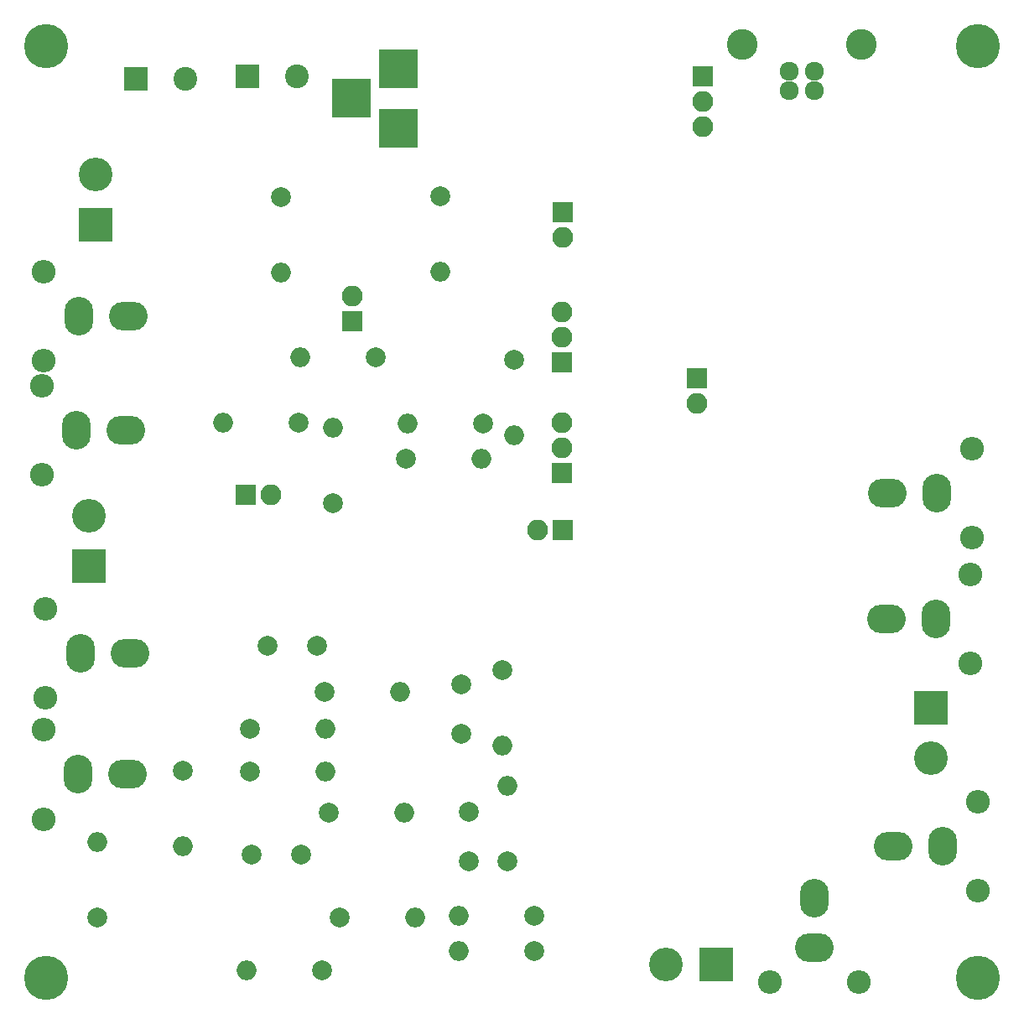
<source format=gbr>
G04 #@! TF.FileFunction,Soldermask,Bot*
%FSLAX46Y46*%
G04 Gerber Fmt 4.6, Leading zero omitted, Abs format (unit mm)*
G04 Created by KiCad (PCBNEW 4.0.7) date 01/15/21 00:56:33*
%MOMM*%
%LPD*%
G01*
G04 APERTURE LIST*
%ADD10C,0.100000*%
%ADD11O,2.400000X2.400000*%
%ADD12O,2.900000X3.900000*%
%ADD13O,3.900000X2.900000*%
%ADD14C,2.000000*%
%ADD15C,1.920000*%
%ADD16C,3.100000*%
%ADD17R,3.400000X3.400000*%
%ADD18C,3.400000*%
%ADD19O,2.000000X2.000000*%
%ADD20R,2.100000X2.100000*%
%ADD21O,2.100000X2.100000*%
%ADD22C,4.464000*%
%ADD23R,2.400000X2.400000*%
%ADD24C,2.400000*%
%ADD25R,3.900000X3.900000*%
G04 APERTURE END LIST*
D10*
D11*
X32500000Y-76250000D03*
X32500000Y-67250000D03*
D12*
X36000000Y-71750000D03*
D13*
X41000000Y-71750000D03*
D14*
X53700000Y-114600000D03*
X58700000Y-114600000D03*
X75600000Y-115300000D03*
X75600000Y-110300000D03*
D15*
X110540000Y-37500000D03*
X108000000Y-37500000D03*
X108000000Y-35500000D03*
X110540000Y-35500000D03*
D16*
X115270000Y-32800000D03*
X103270000Y-32800000D03*
D17*
X100600000Y-125700000D03*
D18*
X95520000Y-125700000D03*
D14*
X53500000Y-106200000D03*
D19*
X61120000Y-106200000D03*
D14*
X79500000Y-115300000D03*
D19*
X79500000Y-107680000D03*
D14*
X61500000Y-110400000D03*
D19*
X69120000Y-110400000D03*
D14*
X55300000Y-93500000D03*
X60300000Y-93500000D03*
X74900000Y-97400000D03*
X74900000Y-102400000D03*
D17*
X122250000Y-99750000D03*
D18*
X122250000Y-104830000D03*
D14*
X53500000Y-101900000D03*
D19*
X61120000Y-101900000D03*
D14*
X79000000Y-96000000D03*
D19*
X79000000Y-103620000D03*
D14*
X61100000Y-98200000D03*
D19*
X68720000Y-98200000D03*
D14*
X46800000Y-106100000D03*
D19*
X46800000Y-113720000D03*
D14*
X62600000Y-120900000D03*
D19*
X70220000Y-120900000D03*
D14*
X82200000Y-120800000D03*
D19*
X74580000Y-120800000D03*
D14*
X82200000Y-124300000D03*
D19*
X74580000Y-124300000D03*
D14*
X38100000Y-120900000D03*
D19*
X38100000Y-113280000D03*
D17*
X38000000Y-51000000D03*
D18*
X38000000Y-45920000D03*
D20*
X85032000Y-64854000D03*
D21*
X85032000Y-62314000D03*
X85032000Y-59774000D03*
D14*
X56632000Y-48204000D03*
D19*
X56632000Y-55824000D03*
D14*
X66232000Y-64404000D03*
D19*
X58612000Y-64404000D03*
D17*
X37250000Y-85500000D03*
D18*
X37250000Y-80420000D03*
D20*
X85032000Y-76104000D03*
D21*
X85032000Y-73564000D03*
X85032000Y-71024000D03*
D14*
X61932000Y-79104000D03*
D19*
X61932000Y-71484000D03*
D14*
X58432000Y-71004000D03*
D19*
X50812000Y-71004000D03*
D22*
X33000000Y-33000000D03*
X127000000Y-33000000D03*
X127000000Y-127000000D03*
X33000000Y-127000000D03*
D14*
X72782000Y-48104000D03*
D19*
X72782000Y-55724000D03*
D14*
X69282000Y-74604000D03*
D19*
X76902000Y-74604000D03*
D14*
X80232000Y-64604000D03*
D19*
X80232000Y-72224000D03*
D14*
X77032000Y-71104000D03*
D19*
X69412000Y-71104000D03*
D20*
X63832000Y-60704000D03*
D21*
X63832000Y-58164000D03*
D20*
X53132000Y-78304000D03*
D21*
X55672000Y-78304000D03*
D20*
X85132000Y-49704000D03*
D21*
X85132000Y-52244000D03*
D20*
X85090000Y-81788000D03*
D21*
X82550000Y-81788000D03*
D20*
X98700000Y-66500000D03*
D21*
X98700000Y-69040000D03*
D14*
X60800000Y-126300000D03*
D19*
X53180000Y-126300000D03*
D11*
X32750000Y-64750000D03*
X32750000Y-55750000D03*
D12*
X36250000Y-60250000D03*
D13*
X41250000Y-60250000D03*
D11*
X32900000Y-98800000D03*
X32900000Y-89800000D03*
D12*
X36400000Y-94300000D03*
D13*
X41400000Y-94300000D03*
D11*
X32700000Y-111000000D03*
X32700000Y-102000000D03*
D12*
X36200000Y-106500000D03*
D13*
X41200000Y-106500000D03*
D11*
X126300000Y-86300000D03*
X126300000Y-95300000D03*
D12*
X122800000Y-90800000D03*
D13*
X117800000Y-90800000D03*
D11*
X126400000Y-73600000D03*
X126400000Y-82600000D03*
D12*
X122900000Y-78100000D03*
D13*
X117900000Y-78100000D03*
D11*
X127000000Y-109250000D03*
X127000000Y-118250000D03*
D12*
X123500000Y-113750000D03*
D13*
X118500000Y-113750000D03*
D11*
X115000000Y-127500000D03*
X106000000Y-127500000D03*
D13*
X110500000Y-124000000D03*
D12*
X110500000Y-119000000D03*
D23*
X42000000Y-36250000D03*
D24*
X47000000Y-36250000D03*
D23*
X53250000Y-36000000D03*
D24*
X58250000Y-36000000D03*
D25*
X68500000Y-41250000D03*
X68500000Y-35250000D03*
X63800000Y-38250000D03*
D20*
X99250000Y-36000000D03*
D21*
X99250000Y-38540000D03*
X99250000Y-41080000D03*
M02*

</source>
